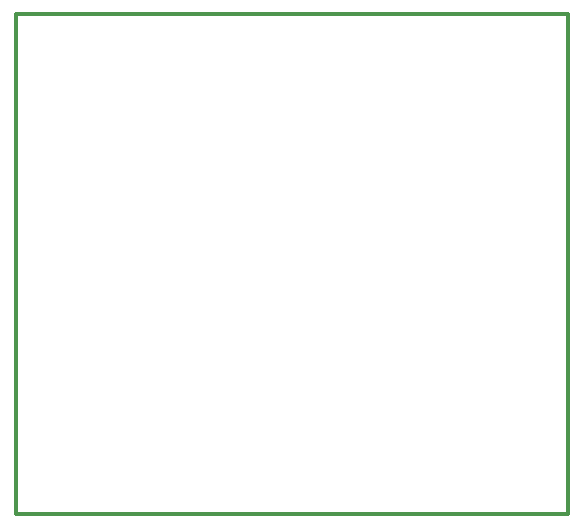
<source format=gko>
%FSTAX23Y23*%
%MOIN*%
%SFA1B1*%

%IPPOS*%
%ADD11C,0.011810*%
%LNpcb-1*%
%LPD*%
G54D11*
X0Y0D02*
Y01665D01*
X0184*
Y0D02*
Y01665D01*
X0Y0D02*
X0184D01*
M02*
</source>
